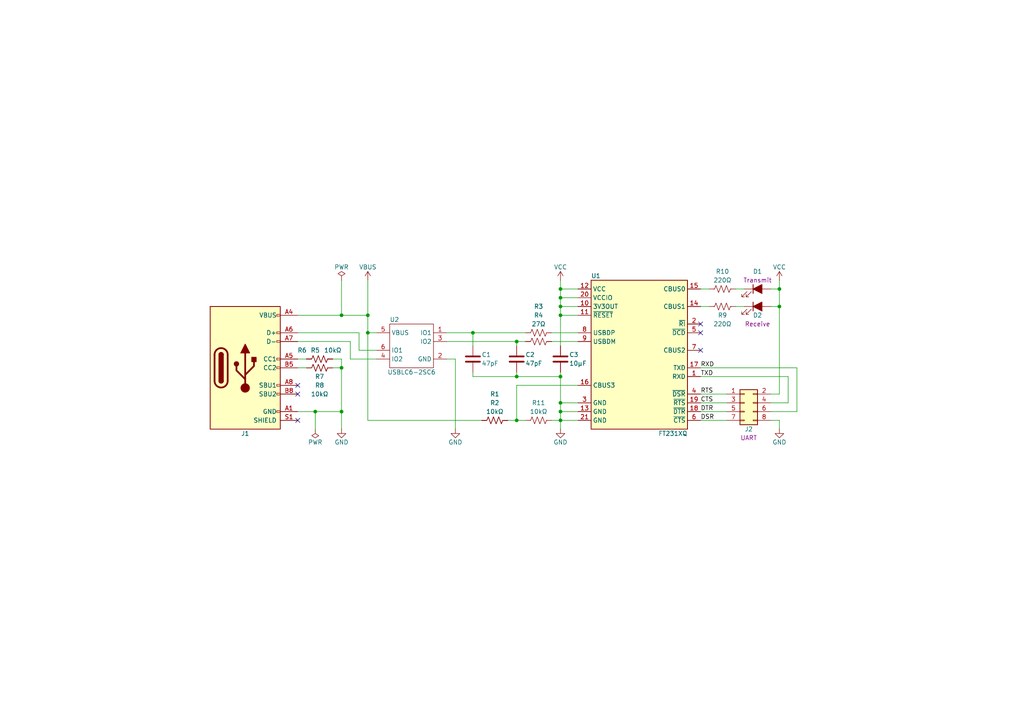
<source format=kicad_sch>
(kicad_sch (version 20231120) (generator "eeschema") (generator_version "8.0")
  (paper "A4")
  (title_block (title "USB to SIO Transceiver") (date "2024-07-08") (rev "0") (company "Ashlyn Black"))
  (lib_symbols
    (symbol "Ashlyns_Symbols:PWR" (power) (pin_numbers hide) (pin_names (offset 0) hide)
      (property "Value" "PWR" (at 0 3.81 0))
      (symbol "PWR_0_0"
        (pin power_out line (at 0 0 90) (length 0) (name "pwr") (number "1"))
      )
      (symbol "PWR_0_1"
        (polyline (pts (xy 0 0) (xy 0 1.27) (xy -1.016 1.905) (xy 0 2.54) (xy 1.016 1.905) (xy 0 1.27)))
      )
    )
    (symbol "Ashlyns_Symbols:USB_C_Receptacle_USB2.0_16P" (pin_names (offset 1.016))
      (property "Reference" "J" (at 0 22.225 0))
      (property "Value" "USB_C_Receptacle_USB2.0_16P" (at 0 19.685 0))
      (symbol "USB_C_Receptacle_USB2.0_16P_0_0"
        (rectangle (start 10.16 -12.954) (end 9.144 -12.446))
        (rectangle (start 10.16 -7.366) (end 9.144 -7.874))
        (rectangle (start 10.16 -4.826) (end 9.144 -5.334))
        (rectangle (start 10.16 0.254) (end 9.144 -0.254))
        (rectangle (start 10.16 2.794) (end 9.144 2.286))
        (rectangle (start 10.16 7.874) (end 9.144 7.366))
        (rectangle (start 10.16 10.414) (end 9.144 9.906))
        (rectangle (start 10.16 15.494) (end 9.144 14.986))
      )
      (symbol "USB_C_Receptacle_USB2.0_16P_0_1"
        (rectangle (start -10.16 17.78) (end 10.16 -17.78) (stroke (width 0.254)) (fill (type background)))
        (arc (start -8.89 -3.81) (mid -6.985 -5.7067) (end -5.08 -3.81) (stroke (width 0.508)))
        (arc (start -7.62 -3.81) (mid -6.985 -4.4423) (end -6.35 -3.81) (stroke (width 0.254)))
        (arc (start -7.62 -3.81) (mid -6.985 -4.4423) (end -6.35 -3.81) (stroke (width 0.254)) (fill (type outline)))
        (rectangle (start -7.62 -3.81) (end -6.35 3.81) (stroke (width 0.254)) (fill (type outline)))
        (arc (start -6.35 3.81) (mid -6.985 4.4423) (end -7.62 3.81) (stroke (width 0.254)))
        (arc (start -6.35 3.81) (mid -6.985 4.4423) (end -7.62 3.81) (stroke (width 0.254)) (fill (type outline)))
        (arc (start -5.08 3.81) (mid -6.985 5.7067) (end -8.89 3.81) (stroke (width 0.508)))
        (circle (center -2.54 1.143) (radius 0.635) (stroke (width 0.254)) (fill (type outline)))
        (circle (center 0 -5.842) (radius 1.27) (fill (type outline)))
        (polyline (pts (xy -8.89 -3.81) (xy -8.89 3.81)) (stroke (width 0.508)))
        (polyline (pts (xy -5.08 3.81) (xy -5.08 -3.81)) (stroke (width 0.508)))
        (polyline (pts (xy 0 -5.842) (xy 0 4.318)) (stroke (width 0.508)))
        (polyline (pts (xy 0 -3.302) (xy -2.54 -0.762) (xy -2.54 0.508)) (stroke (width 0.508)))
        (polyline (pts (xy 0 -2.032) (xy 2.54 0.508) (xy 2.54 1.778)) (stroke (width 0.508)))
        (polyline (pts (xy -1.27 4.318) (xy 0 6.858) (xy 1.27 4.318) (xy -1.27 4.318)) (stroke (width 0.254)) (fill (type outline)))
        (rectangle (start 1.905 1.778) (end 3.175 3.048) (stroke (width 0.254)) (fill (type outline)))
      )
      (symbol "USB_C_Receptacle_USB2.0_16P_1_1"
        (pin passive line (at 15.24 -12.7 180) (length 5.08) (name "GND") (number "A1"))
        (pin passive line (at 15.24 -12.7 180) (length 5.08) hide (name "GND") (number "A12"))
        (pin passive line (at 15.24 15.24 180) (length 5.08) (name "VBUS") (number "A4"))
        (pin bidirectional line (at 15.24 2.54 180) (length 5.08) (name "CC1") (number "A5"))
        (pin bidirectional line (at 15.24 10.16 180) (length 5.08) (name "D+") (number "A6"))
        (pin bidirectional line (at 15.24 7.62 180) (length 5.08) (name "D-") (number "A7"))
        (pin bidirectional line (at 15.24 -5.08 180) (length 5.08) (name "SBU1") (number "A8"))
        (pin passive line (at 15.24 15.24 180) (length 5.08) hide (name "VBUS") (number "A9"))
        (pin passive line (at 15.24 -12.7 180) (length 5.08) hide (name "GND") (number "B1"))
        (pin passive line (at 15.24 -12.7 180) (length 5.08) hide (name "GND") (number "B12"))
        (pin passive line (at 15.24 15.24 180) (length 5.08) hide (name "VBUS") (number "B4"))
        (pin bidirectional line (at 15.24 0 180) (length 5.08) (name "CC2") (number "B5"))
        (pin bidirectional line (at 15.24 10.16 180) (length 5.08) hide (name "D+") (number "B6"))
        (pin bidirectional line (at 15.24 7.62 180) (length 5.08) hide (name "D-") (number "B7"))
        (pin bidirectional line (at 15.24 -7.62 180) (length 5.08) (name "SBU2") (number "B8"))
        (pin passive line (at 15.24 15.24 180) (length 5.08) hide (name "VBUS") (number "B9"))
        (pin passive line (at 15.24 -15.24 180) (length 5.08) (name "SHIELD") (number "S1"))
      )
    )
    (symbol "Connector_Generic:Conn_02x04_Odd_Even" (pin_names (offset 1.016) hide)
      (property "Reference" "J" (at 1.27 5.08 0))
      (property "Value" "Conn_02x04_Odd_Even" (at 1.27 -7.62 0))
      (symbol "Conn_02x04_Odd_Even_1_1"
        (rectangle (start -1.27 -4.953) (end 0 -5.207) (stroke (width 0.1524)))
        (rectangle (start -1.27 -2.413) (end 0 -2.667) (stroke (width 0.1524)))
        (rectangle (start -1.27 0.127) (end 0 -0.127) (stroke (width 0.1524)))
        (rectangle (start -1.27 2.667) (end 0 2.413) (stroke (width 0.1524)))
        (rectangle (start -1.27 3.81) (end 3.81 -6.35) (stroke (width 0.254)) (fill (type background)))
        (rectangle (start 3.81 -4.953) (end 2.54 -5.207) (stroke (width 0.1524)))
        (rectangle (start 3.81 -2.413) (end 2.54 -2.667) (stroke (width 0.1524)))
        (rectangle (start 3.81 0.127) (end 2.54 -0.127) (stroke (width 0.1524)))
        (rectangle (start 3.81 2.667) (end 2.54 2.413) (stroke (width 0.1524)))
        (pin passive line (at -5.08 2.54 0) (length 3.81) (name "Pin_1") (number "1"))
        (pin passive line (at 7.62 2.54 180) (length 3.81) (name "Pin_2") (number "2"))
        (pin passive line (at -5.08 0 0) (length 3.81) (name "Pin_3") (number "3"))
        (pin passive line (at 7.62 0 180) (length 3.81) (name "Pin_4") (number "4"))
        (pin passive line (at -5.08 -2.54 0) (length 3.81) (name "Pin_5") (number "5"))
        (pin passive line (at 7.62 -2.54 180) (length 3.81) (name "Pin_6") (number "6"))
        (pin passive line (at -5.08 -5.08 0) (length 3.81) (name "Pin_7") (number "7"))
        (pin passive line (at 7.62 -5.08 180) (length 3.81) (name "Pin_8") (number "8"))
      )
    )
    (symbol "Device:C" (pin_numbers hide) (pin_names (offset 0.254))
      (property "Reference" "C" (at 0.635 2.54 0))
      (property "Value" "C" (at 0.635 -2.54 0))
      (symbol "C_0_1"
        (polyline (pts (xy -2.032 -0.762) (xy 2.032 -0.762)) (stroke (width 0.508)))
        (polyline (pts (xy -2.032 0.762) (xy 2.032 0.762)) (stroke (width 0.508)))
      )
      (symbol "C_1_1"
        (pin passive line (at 0 3.81 270) (length 2.794) (name "~") (number "1"))
        (pin passive line (at 0 -3.81 90) (length 2.794) (name "~") (number "2"))
      )
    )
    (symbol "Device:LED_Filled" (pin_numbers hide) (pin_names (offset 1.016) hide)
      (property "Reference" "D" (at 0 2.54 0))
      (property "Value" "LED_Filled" (at 0 -2.54 0))
      (symbol "LED_Filled_0_1"
        (polyline (pts (xy -1.27 -1.27) (xy -1.27 1.27)) (stroke (width 0.254)))
        (polyline (pts (xy -1.27 0) (xy 1.27 0)))
        (polyline (pts (xy 1.27 -1.27) (xy 1.27 1.27) (xy -1.27 0) (xy 1.27 -1.27)) (stroke (width 0.254)) (fill (type outline)))
        (polyline (pts (xy -3.048 -0.762) (xy -4.572 -2.286) (xy -3.81 -2.286) (xy -4.572 -2.286) (xy -4.572 -1.524)))
        (polyline (pts (xy -1.778 -0.762) (xy -3.302 -2.286) (xy -2.54 -2.286) (xy -3.302 -2.286) (xy -3.302 -1.524)))
      )
      (symbol "LED_Filled_1_1"
        (pin passive line (at -3.81 0 0) (length 2.54) (name "K") (number "1"))
        (pin passive line (at 3.81 0 180) (length 2.54) (name "A") (number "2"))
      )
    )
    (symbol "Device:R_US" (pin_numbers hide) (pin_names (offset 0))
      (property "Reference" "R" (at 2.54 0 90))
      (property "Value" "R_US" (at -2.54 0 90))
      (symbol "R_US_0_1"
        (polyline (pts (xy 0 -2.286) (xy 0 -2.54)))
        (polyline (pts (xy 0 2.286) (xy 0 2.54)))
        (polyline (pts (xy 0 -0.762) (xy 1.016 -1.143) (xy 0 -1.524) (xy -1.016 -1.905) (xy 0 -2.286)))
        (polyline (pts (xy 0 0.762) (xy 1.016 0.381) (xy 0 0) (xy -1.016 -0.381) (xy 0 -0.762)))
        (polyline (pts (xy 0 2.286) (xy 1.016 1.905) (xy 0 1.524) (xy -1.016 1.143) (xy 0 0.762)))
      )
      (symbol "R_US_1_1"
        (pin passive line (at 0 3.81 270) (length 1.27) (name "~") (number "1"))
        (pin passive line (at 0 -3.81 90) (length 1.27) (name "~") (number "2"))
      )
    )
    (symbol "PSX_Serial:FT231XQ"
      (property "Reference" "U" (at -13.97 16.51 0))
      (property "Value" "FT231XQ" (at 13.97 -29.21 0))
      (symbol "FT231XQ_0_1"
        (rectangle (start -13.97 15.24) (end 13.97 -27.94) (stroke (width 0.254)) (fill (type background)))
      )
      (symbol "FT231XQ_1_1"
        (pin input line (at 17.78 -12.7 180) (length 3.81) (name "RXD") (number "1"))
        (pin power_out line (at -17.78 7.62 0) (length 3.81) (name "3V3OUT") (number "10"))
        (pin input line (at -17.78 5.08 0) (length 3.81) (name "~{RESET}") (number "11"))
        (pin power_in line (at -17.78 12.7 0) (length 3.81) (name "VCC") (number "12"))
        (pin power_in line (at -17.78 -22.86 0) (length 3.81) (name "GND") (number "13"))
        (pin bidirectional line (at 17.78 7.62 180) (length 3.81) (name "CBUS1") (number "14"))
        (pin bidirectional line (at 17.78 12.7 180) (length 3.81) (name "CBUS0") (number "15"))
        (pin bidirectional line (at -17.78 -15.24 0) (length 3.81) (name "CBUS3") (number "16"))
        (pin output line (at 17.78 -10.16 180) (length 3.81) (name "TXD") (number "17"))
        (pin output line (at 17.78 -22.86 180) (length 3.81) (name "~{DTR}") (number "18"))
        (pin output line (at 17.78 -20.32 180) (length 3.81) (name "~{RTS}") (number "19"))
        (pin input line (at 17.78 2.54 180) (length 3.81) (name "~{RI}") (number "2"))
        (pin power_in line (at -17.78 10.16 0) (length 3.81) (name "VCCIO") (number "20"))
        (pin power_in line (at -17.78 -25.4 0) (length 3.81) (name "GND") (number "21"))
        (pin power_in line (at -17.78 -20.32 0) (length 3.81) (name "GND") (number "3"))
        (pin input line (at 17.78 -17.78 180) (length 3.81) (name "~{DSR}") (number "4"))
        (pin input line (at 17.78 0 180) (length 3.81) (name "~{DCD}") (number "5"))
        (pin input line (at 17.78 -25.4 180) (length 3.81) (name "~{CTS}") (number "6"))
        (pin bidirectional line (at 17.78 -5.08 180) (length 3.81) (name "CBUS2") (number "7"))
        (pin bidirectional line (at -17.78 0 0) (length 3.81) (name "USBDP") (number "8"))
        (pin bidirectional line (at -17.78 -2.54 0) (length 3.81) (name "USBDM") (number "9"))
      )
    )
    (symbol "PSX_Serial:USBLC6_2SC6"
      (property "Reference" "U" (at -6.35 8.89 0))
      (property "Value" "USBLC6-2SC6" (at 0 -6.35 0))
      (symbol "USBLC6_2SC6_1_1"
        (rectangle (start -6.35 7.62) (end 6.35 -5.08))
        (pin passive line (at 10.16 5.08 180) (length 3.81) (name "IO1") (number "1"))
        (pin power_in line (at 10.16 -2.54 180) (length 3.81) (name "GND") (number "2"))
        (pin passive line (at 10.16 2.54 180) (length 3.81) (name "IO2") (number "3"))
        (pin passive line (at -10.16 -2.54 0) (length 3.81) (name "IO2") (number "4"))
        (pin power_in line (at -10.16 5.08 0) (length 3.81) (name "VBUS") (number "5"))
        (pin passive line (at -10.16 0 0) (length 3.81) (name "IO1") (number "6"))
      )
    )
    (symbol "power:GND" (power) (pin_numbers hide) (pin_names (offset 0) hide)
      (property "Value" "GND" (at 0 -3.81 0))
      (symbol "GND_0_1"
        (polyline (pts (xy 0 0) (xy 0 -1.27) (xy 1.27 -1.27) (xy 0 -2.54) (xy -1.27 -1.27) (xy 0 -1.27)))
      )
      (symbol "GND_1_1"
        (pin power_in line (at 0 0 270) (length 0) (name "~") (number "1"))
      )
    )
    (symbol "power:VBUS" (power) (pin_numbers hide) (pin_names (offset 0) hide)
      (property "Value" "VBUS" (at 0 3.556 0))
      (symbol "VBUS_0_1"
        (polyline (pts (xy -0.762 1.27) (xy 0 2.54)))
        (polyline (pts (xy 0 0) (xy 0 2.54)))
        (polyline (pts (xy 0 2.54) (xy 0.762 1.27)))
      )
      (symbol "VBUS_1_1"
        (pin power_in line (at 0 0 90) (length 0) (name "~") (number "1"))
      )
    )
    (symbol "power:VCC" (power) (pin_numbers hide) (pin_names (offset 0) hide)
      (property "Value" "VCC" (at 0 3.556 0))
      (symbol "VCC_0_1"
        (polyline (pts (xy -0.762 1.27) (xy 0 2.54)))
        (polyline (pts (xy 0 0) (xy 0 2.54)))
        (polyline (pts (xy 0 2.54) (xy 0.762 1.27)))
      )
      (symbol "VCC_1_1"
        (pin power_in line (at 0 0 90) (length 0) (name "~") (number "1"))
      )
    )
  )
  (junction (at 162.56 119.38))
  (junction (at 162.56 121.92))
  (junction (at 106.68 96.52))
  (junction (at 106.68 91.44))
  (junction (at 99.06 119.38))
  (junction (at 162.56 86.36))
  (junction (at 226.06 83.82))
  (junction (at 99.06 91.44))
  (junction (at 91.44 119.38))
  (junction (at 226.06 88.9))
  (junction (at 99.06 106.68))
  (junction (at 149.86 99.06))
  (junction (at 162.56 88.9))
  (junction (at 162.56 109.22))
  (junction (at 149.86 109.22))
  (junction (at 149.86 121.92))
  (junction (at 162.56 91.44))
  (junction (at 162.56 83.82))
  (junction (at 137.16 96.52))
  (junction (at 162.56 116.84))
  (no_connect (at 86.36 114.3))
  (no_connect (at 203.2 93.98))
  (no_connect (at 86.36 121.92))
  (no_connect (at 203.2 101.6))
  (no_connect (at 203.2 96.52))
  (no_connect (at 86.36 111.76))
  (wire (pts (xy 162.56 119.38) (xy 162.56 121.92)))
  (wire (pts (xy 203.2 116.84) (xy 210.82 116.84)))
  (wire (pts (xy 106.68 81.28) (xy 106.68 91.44)))
  (wire (pts (xy 162.56 107.95) (xy 162.56 109.22)))
  (wire (pts (xy 226.06 88.9) (xy 226.06 114.3)))
  (wire (pts (xy 231.14 119.38) (xy 223.52 119.38)))
  (wire (pts (xy 96.52 104.14) (xy 99.06 104.14)))
  (wire (pts (xy 223.52 83.82) (xy 226.06 83.82)))
  (wire (pts (xy 149.86 111.76) (xy 149.86 121.92)))
  (wire (pts (xy 223.52 114.3) (xy 226.06 114.3)))
  (wire (pts (xy 228.6 109.22) (xy 228.6 116.84)))
  (wire (pts (xy 99.06 104.14) (xy 99.06 106.68)))
  (wire (pts (xy 162.56 119.38) (xy 167.64 119.38)))
  (wire (pts (xy 86.36 99.06) (xy 101.6 99.06)))
  (wire (pts (xy 99.06 119.38) (xy 99.06 124.46)))
  (wire (pts (xy 101.6 104.14) (xy 101.6 99.06)))
  (wire (pts (xy 162.56 121.92) (xy 167.64 121.92)))
  (wire (pts (xy 162.56 121.92) (xy 162.56 124.46)))
  (wire (pts (xy 160.02 96.52) (xy 167.64 96.52)))
  (wire (pts (xy 96.52 106.68) (xy 99.06 106.68)))
  (wire (pts (xy 160.02 99.06) (xy 167.64 99.06)))
  (wire (pts (xy 129.54 99.06) (xy 149.86 99.06)))
  (wire (pts (xy 99.06 81.28) (xy 99.06 91.44)))
  (wire (pts (xy 99.06 106.68) (xy 99.06 119.38)))
  (wire (pts (xy 226.06 83.82) (xy 226.06 88.9)))
  (wire (pts (xy 149.86 109.22) (xy 162.56 109.22)))
  (wire (pts (xy 167.64 116.84) (xy 162.56 116.84)))
  (wire (pts (xy 137.16 109.22) (xy 149.86 109.22)))
  (wire (pts (xy 226.06 81.28) (xy 226.06 83.82)))
  (wire (pts (xy 203.2 106.68) (xy 231.14 106.68)))
  (wire (pts (xy 162.56 91.44) (xy 162.56 100.33)))
  (wire (pts (xy 203.2 121.92) (xy 210.82 121.92)))
  (wire (pts (xy 162.56 88.9) (xy 162.56 86.36)))
  (wire (pts (xy 223.52 88.9) (xy 226.06 88.9)))
  (wire (pts (xy 106.68 91.44) (xy 106.68 96.52)))
  (wire (pts (xy 91.44 119.38) (xy 91.44 124.46)))
  (wire (pts (xy 213.36 83.82) (xy 215.9 83.82)))
  (wire (pts (xy 152.4 99.06) (xy 149.86 99.06)))
  (wire (pts (xy 137.16 96.52) (xy 137.16 100.33)))
  (wire (pts (xy 86.36 91.44) (xy 99.06 91.44)))
  (wire (pts (xy 162.56 91.44) (xy 167.64 91.44)))
  (wire (pts (xy 226.06 121.92) (xy 226.06 124.46)))
  (wire (pts (xy 203.2 83.82) (xy 205.74 83.82)))
  (wire (pts (xy 162.56 116.84) (xy 162.56 119.38)))
  (wire (pts (xy 149.86 121.92) (xy 147.32 121.92)))
  (wire (pts (xy 86.36 104.14) (xy 88.9 104.14)))
  (wire (pts (xy 86.36 119.38) (xy 91.44 119.38)))
  (wire (pts (xy 162.56 83.82) (xy 167.64 83.82)))
  (wire (pts (xy 162.56 109.22) (xy 162.56 116.84)))
  (wire (pts (xy 149.86 99.06) (xy 149.86 100.33)))
  (wire (pts (xy 231.14 106.68) (xy 231.14 119.38)))
  (wire (pts (xy 104.14 101.6) (xy 104.14 96.52)))
  (wire (pts (xy 149.86 107.95) (xy 149.86 109.22)))
  (wire (pts (xy 203.2 109.22) (xy 228.6 109.22)))
  (wire (pts (xy 152.4 96.52) (xy 137.16 96.52)))
  (wire (pts (xy 213.36 88.9) (xy 215.9 88.9)))
  (wire (pts (xy 203.2 114.3) (xy 210.82 114.3)))
  (wire (pts (xy 132.08 104.14) (xy 132.08 124.46)))
  (wire (pts (xy 203.2 88.9) (xy 205.74 88.9)))
  (wire (pts (xy 99.06 91.44) (xy 106.68 91.44)))
  (wire (pts (xy 162.56 86.36) (xy 167.64 86.36)))
  (wire (pts (xy 162.56 91.44) (xy 162.56 88.9)))
  (wire (pts (xy 223.52 121.92) (xy 226.06 121.92)))
  (wire (pts (xy 86.36 96.52) (xy 104.14 96.52)))
  (wire (pts (xy 104.14 101.6) (xy 109.22 101.6)))
  (wire (pts (xy 129.54 96.52) (xy 137.16 96.52)))
  (wire (pts (xy 106.68 121.92) (xy 139.7 121.92)))
  (wire (pts (xy 228.6 116.84) (xy 223.52 116.84)))
  (wire (pts (xy 162.56 81.28) (xy 162.56 83.82)))
  (wire (pts (xy 162.56 86.36) (xy 162.56 83.82)))
  (wire (pts (xy 203.2 119.38) (xy 210.82 119.38)))
  (wire (pts (xy 162.56 88.9) (xy 167.64 88.9)))
  (wire (pts (xy 149.86 111.76) (xy 167.64 111.76)))
  (wire (pts (xy 109.22 104.14) (xy 101.6 104.14)))
  (wire (pts (xy 160.02 121.92) (xy 162.56 121.92)))
  (wire (pts (xy 137.16 107.95) (xy 137.16 109.22)))
  (wire (pts (xy 129.54 104.14) (xy 132.08 104.14)))
  (wire (pts (xy 86.36 106.68) (xy 88.9 106.68)))
  (wire (pts (xy 91.44 119.38) (xy 99.06 119.38)))
  (wire (pts (xy 106.68 96.52) (xy 106.68 121.92)))
  (wire (pts (xy 149.86 121.92) (xy 152.4 121.92)))
  (wire (pts (xy 109.22 96.52) (xy 106.68 96.52)))
  (label "RXD" (at 203.2 106.68 0))
  (label "TXD" (at 203.2 109.22 0))
  (label "CTS" (at 203.2 116.84 0))
  (label "DTR" (at 203.2 119.38 0))
  (label "RTS" (at 203.2 114.3 0))
  (label "DSR" (at 203.2 121.92 0))
  (symbol (lib_id "Ashlyns_Symbols:PWR") (at 99.06 81.28 0) (unit 1)
    (property "Reference" "#FLG01" (effects (hide yes)))
    (property "Value" "PWR" (at 99.06 77.47 0))
    (property "Description" "Special symbol for telling ERC where power comes from" (effects (hide yes)))
  )
  (symbol (lib_id "Device:R_US") (at 209.55 83.82 90) (unit 1)
    (property "Reference" "R10" (at 209.55 78.74 90))
    (property "Value" "220Ω" (at 209.55 81.28 90))
    (property "Footprint" "Resistor_SMD:R_0603_1608Metric" (effects (hide yes)))
    (property "Description" "Resistor, US symbol" (effects (hide yes)))
  )
  (symbol (lib_id "Device:C") (at 162.56 104.14 0) (unit 1)
    (property "Reference" "C3" (at 165.1 102.87 0) (effects (justify left)))
    (property "Value" "10µF" (at 165.1 105.41 0) (effects (justify left)))
    (property "Footprint" "Capacitor_SMD:C_0603_1608Metric" (effects (hide yes)))
    (property "Description" "Unpolarized capacitor" (effects (hide yes)))
  )
  (symbol (lib_id "Ashlyns_Symbols:PWR") (at 91.44 124.46 180) (unit 1)
    (property "Reference" "#FLG02" (effects (hide yes)))
    (property "Value" "PWR" (at 91.44 128.27 0))
    (property "Description" "Special symbol for telling ERC where power comes from" (effects (hide yes)))
  )
  (symbol (lib_id "power:VCC") (at 226.06 81.28 0) (unit 1)
    (property "Reference" "#PWR03" (effects (hide yes)))
    (property "Value" "VCC" (at 226.06 77.47 0))
    (property "Description" "Power symbol creates a global label with name \"VCC\"" (effects (hide yes)))
  )
  (symbol (lib_id "Device:R_US") (at 156.21 121.92 270) (unit 1)
    (property "Reference" "R11" (at 156.21 116.84 90))
    (property "Value" "10kΩ" (at 156.21 119.38 90))
    (property "Footprint" "Resistor_SMD:R_0603_1608Metric" (effects (hide yes)))
    (property "Description" "Resistor, US symbol" (effects (hide yes)))
  )
  (symbol (lib_id "Device:R_US") (at 156.21 96.52 90) (unit 1)
    (property "Reference" "R3" (at 156.21 88.9 90))
    (property "Value" "27Ω" (at 156.21 93.98 90))
    (property "Footprint" "Resistor_SMD:R_0603_1608Metric" (effects (hide yes)))
    (property "Description" "Resistor, US symbol" (effects (hide yes)))
  )
  (symbol (lib_id "Device:R_US") (at 156.21 99.06 90) (unit 1)
    (property "Reference" "R4" (at 156.21 91.44 90))
    (property "Value" "27Ω" (effects (hide yes)))
    (property "Footprint" "Resistor_SMD:R_0603_1608Metric" (effects (hide yes)))
    (property "Description" "Resistor, US symbol" (effects (hide yes)))
  )
  (symbol (lib_id "Device:R_US") (at 143.51 121.92 270) (unit 1)
    (property "Reference" "R1" (at 143.51 114.3 90))
    (property "Value" "10kΩ" (at 143.51 119.38 90))
    (property "Footprint" "Resistor_SMD:R_0603_1608Metric" (effects (hide yes)))
    (property "Description" "Resistor, US symbol" (effects (hide yes)))
  )
  (symbol (lib_id "Device:C") (at 137.16 104.14 0) (unit 1)
    (property "Reference" "C1" (at 139.7 102.87 0) (effects (justify left)))
    (property "Value" "47pF" (at 139.7 105.41 0) (effects (justify left)))
    (property "Footprint" "Capacitor_SMD:C_0603_1608Metric" (effects (hide yes)))
    (property "Description" "Unpolarized capacitor" (effects (hide yes)))
  )
  (symbol (lib_id "PSX_Serial:USBLC6_2SC6") (at 119.38 101.6 0) (unit 1)
    (property "Reference" "U2" (at 113.03 92.71 0) (effects (justify left)))
    (property "Value" "USBLC6-2SC6" (at 119.38 107.95 0))
    (property "Footprint" "Package_TO_SOT_SMD:SOT-23-6" (effects (hide yes)))
  )
  (symbol (lib_id "Device:R_US") (at 92.71 104.14 90) (unit 1)
    (property "Reference" "R5" (at 91.44 101.6 90))
    (property "Value" "10kΩ" (effects (hide yes)))
    (property "Footprint" "Resistor_SMD:R_0603_1608Metric" (effects (hide yes)))
    (property "Description" "Resistor, US symbol" (effects (hide yes)))
  )
  (symbol (lib_id "Device:R_US") (at 92.71 106.68 90) (unit 1)
    (property "Reference" "R7" (at 92.71 109.22 90))
    (property "Value" "10kΩ" (at 92.71 114.3 90))
    (property "Footprint" "Resistor_SMD:R_0603_1608Metric" (effects (hide yes)))
    (property "Description" "Resistor, US symbol" (effects (hide yes)))
  )
  (symbol (lib_id "Ashlyns_Symbols:USB_C_Receptacle_USB2.0_16P") (at 71.12 106.68 0) (unit 1)
    (property "Reference" "J1" (at 71.12 125.73 0))
    (property "Value" "USB_C_Receptacle_USB2.0_16P" (effects (hide yes)))
    (property "Footprint" "Connector_USB:USB_C_Receptacle_HCTL_HC-TYPE-C-16P-01A" (effects (hide yes)))
    (property "Datasheet" "https://www.usb.org/sites/default/files/documents/usb_type-c.zip" (effects (hide yes)))
    (property "Description" "USB 2.0-only 16P Type-C Receptacle connector" (effects (hide yes)))
  )
  (symbol (lib_id "power:GND") (at 99.06 124.46 0) (unit 1)
    (property "Reference" "#PWR04" (effects (hide yes)))
    (property "Value" "GND" (at 99.06 128.27 0))
    (property "Description" "Power symbol creates a global label with name \"GND\" , ground" (effects (hide yes)))
  )
  (symbol (lib_id "power:VBUS") (at 106.68 81.28 0) (unit 1)
    (property "Reference" "#PWR01" (effects (hide yes)))
    (property "Value" "VBUS" (at 106.68 77.47 0))
    (property "Description" "Power symbol creates a global label with name \"VBUS\"" (effects (hide yes)))
  )
  (symbol (lib_id "Connector_Generic:Conn_02x04_Odd_Even") (at 215.9 116.84 0) (unit 1) (in_bom no)
    (property "Reference" "J2" (at 217.17 124.46 0))
    (property "Value" "Conn_02x04_Odd_Even" (effects (hide yes)))
    (property "Footprint" "Connector_PinHeader_2.54mm:PinHeader_2x04_P2.54mm_Horizontal" (effects (hide yes)))
    (property "Description" "Generic connector, double row, 02x04, odd/even pin numbering scheme (row 1 odd numbers, row 2 even numbers), script generated (kicad-library-utils/schlib/autogen/connector/)" (effects (hide yes)))
    (property "Function" "UART" (at 217.17 127 0))
  )
  (symbol (lib_id "power:GND") (at 132.08 124.46 0) (unit 1)
    (property "Reference" "#PWR05" (effects (hide yes)))
    (property "Value" "GND" (at 132.08 128.27 0))
    (property "Description" "Power symbol creates a global label with name \"GND\" , ground" (effects (hide yes)))
  )
  (symbol (lib_id "Device:R_US") (at 143.51 121.92 270) (unit 1)
    (property "Reference" "R2" (at 143.51 116.84 90))
    (property "Value" "10kΩ" (effects (hide yes)))
    (property "Footprint" "Resistor_SMD:R_0603_1608Metric" (effects (hide yes)))
    (property "Description" "Resistor, US symbol" (effects (hide yes)))
  )
  (symbol (lib_id "power:GND") (at 162.56 124.46 0) (unit 1)
    (property "Reference" "#PWR06" (effects (hide yes)))
    (property "Value" "GND" (at 162.56 128.27 0))
    (property "Description" "Power symbol creates a global label with name \"GND\" , ground" (effects (hide yes)))
  )
  (symbol (lib_id "power:GND") (at 226.06 124.46 0) (unit 1)
    (property "Reference" "#PWR07" (effects (hide yes)))
    (property "Value" "GND" (at 226.06 128.27 0))
    (property "Description" "Power symbol creates a global label with name \"GND\" , ground" (effects (hide yes)))
  )
  (symbol (lib_id "power:VCC") (at 162.56 81.28 0) (unit 1)
    (property "Reference" "#PWR02" (effects (hide yes)))
    (property "Value" "VCC" (at 162.56 77.47 0))
    (property "Description" "Power symbol creates a global label with name \"VCC\"" (effects (hide yes)))
  )
  (symbol (lib_id "Device:R_US") (at 92.71 104.14 90) (unit 1)
    (property "Reference" "R6" (at 87.63 101.6 90))
    (property "Value" "10kΩ" (at 96.52 101.6 90))
    (property "Footprint" "Resistor_SMD:R_0603_1608Metric" (effects (hide yes)))
    (property "Description" "Resistor, US symbol" (effects (hide yes)))
  )
  (symbol (lib_id "Device:LED_Filled") (at 219.71 83.82 0) (unit 1)
    (property "Reference" "D1" (at 219.71 78.74 0))
    (property "Value" "LED_Filled" (effects (hide yes)))
    (property "Footprint" "LED_SMD:LED_1206_3216Metric" (effects (hide yes)))
    (property "Description" "Light emitting diode, filled shape" (effects (hide yes)))
    (property "Status" "Transmit" (at 219.71 81.28 0))
  )
  (symbol (lib_id "Device:LED_Filled") (at 219.71 88.9 0) (unit 1)
    (property "Reference" "D2" (at 219.71 91.44 0))
    (property "Value" "LED_Filled" (effects (hide yes)))
    (property "Footprint" "LED_SMD:LED_1206_3216Metric" (effects (hide yes)))
    (property "Description" "Light emitting diode, filled shape" (effects (hide yes)))
    (property "Status" "Receive" (at 219.71 93.98 0))
  )
  (symbol (lib_id "Device:R_US") (at 209.55 88.9 90) (unit 1)
    (property "Reference" "R9" (at 209.55 91.44 90))
    (property "Value" "220Ω" (at 209.55 93.98 90))
    (property "Footprint" "Resistor_SMD:R_0603_1608Metric" (effects (hide yes)))
    (property "Description" "Resistor, US symbol" (effects (hide yes)))
  )
  (symbol (lib_id "Device:C") (at 149.86 104.14 0) (unit 1)
    (property "Reference" "C2" (at 152.4 102.87 0) (effects (justify left)))
    (property "Value" "47pF" (at 152.4 105.41 0) (effects (justify left)))
    (property "Footprint" "Capacitor_SMD:C_0603_1608Metric" (effects (hide yes)))
    (property "Description" "Unpolarized capacitor" (effects (hide yes)))
  )
  (symbol (lib_id "PSX_Serial:FT231XQ") (at 185.42 96.52 0) (unit 1)
    (property "Reference" "U1" (at 171.45 80.01 0) (effects (justify left)))
    (property "Value" "FT231XQ" (at 199.39 125.73 0) (effects (justify right)))
    (property "Footprint" "Package_DFN_QFN:QFN-20-1EP_4x4mm_P0.5mm_EP2.5x2.5mm" (effects (hide yes)))
    (property "Datasheet" "https://www.ftdichip.com/Support/Documents/DataSheets/ICs/DS_FT231X.pdf" (effects (hide yes)))
    (property "Description" "Full Speed USB to Full Handshake UART, QFN-20" (effects (hide yes)))
  )
  (symbol (lib_id "Device:R_US") (at 92.71 106.68 90) (unit 1)
    (property "Reference" "R8" (at 92.71 111.76 90))
    (property "Value" "10kΩ" (effects (hide yes)))
    (property "Footprint" "Resistor_SMD:R_0603_1608Metric" (effects (hide yes)))
    (property "Description" "Resistor, US symbol" (effects (hide yes)))
  )
)
</source>
